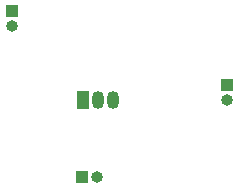
<source format=gbr>
%TF.GenerationSoftware,KiCad,Pcbnew,8.0.0*%
%TF.CreationDate,2024-04-01T19:04:46+08:00*%
%TF.ProjectId,tutorial file,7475746f-7269-4616-9c20-66696c652e6b,rev?*%
%TF.SameCoordinates,Original*%
%TF.FileFunction,Soldermask,Bot*%
%TF.FilePolarity,Negative*%
%FSLAX46Y46*%
G04 Gerber Fmt 4.6, Leading zero omitted, Abs format (unit mm)*
G04 Created by KiCad (PCBNEW 8.0.0) date 2024-04-01 19:04:46*
%MOMM*%
%LPD*%
G01*
G04 APERTURE LIST*
%ADD10R,1.050000X1.500000*%
%ADD11O,1.050000X1.500000*%
%ADD12R,1.000000X1.000000*%
%ADD13O,1.000000X1.000000*%
G04 APERTURE END LIST*
D10*
%TO.C,Q1*%
X134747800Y-100500000D03*
D11*
X136017800Y-100500000D03*
X137287800Y-100500000D03*
%TD*%
D12*
%TO.C,J3*%
X134730000Y-107000000D03*
D13*
X136000000Y-107000000D03*
%TD*%
D12*
%TO.C,J2*%
X147000000Y-99230000D03*
D13*
X147000000Y-100500000D03*
%TD*%
D12*
%TO.C,J1*%
X128744000Y-92938800D03*
D13*
X128744000Y-94208800D03*
%TD*%
M02*

</source>
